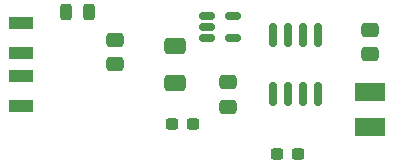
<source format=gbr>
%TF.GenerationSoftware,KiCad,Pcbnew,7.0.11+dfsg-1build4*%
%TF.CreationDate,2025-03-28T22:18:16-04:00*%
%TF.ProjectId,BadUSB,42616455-5342-42e6-9b69-6361645f7063,rev?*%
%TF.SameCoordinates,Original*%
%TF.FileFunction,Paste,Top*%
%TF.FilePolarity,Positive*%
%FSLAX46Y46*%
G04 Gerber Fmt 4.6, Leading zero omitted, Abs format (unit mm)*
G04 Created by KiCad (PCBNEW 7.0.11+dfsg-1build4) date 2025-03-28 22:18:16*
%MOMM*%
%LPD*%
G01*
G04 APERTURE LIST*
G04 Aperture macros list*
%AMRoundRect*
0 Rectangle with rounded corners*
0 $1 Rounding radius*
0 $2 $3 $4 $5 $6 $7 $8 $9 X,Y pos of 4 corners*
0 Add a 4 corners polygon primitive as box body*
4,1,4,$2,$3,$4,$5,$6,$7,$8,$9,$2,$3,0*
0 Add four circle primitives for the rounded corners*
1,1,$1+$1,$2,$3*
1,1,$1+$1,$4,$5*
1,1,$1+$1,$6,$7*
1,1,$1+$1,$8,$9*
0 Add four rect primitives between the rounded corners*
20,1,$1+$1,$2,$3,$4,$5,0*
20,1,$1+$1,$4,$5,$6,$7,0*
20,1,$1+$1,$6,$7,$8,$9,0*
20,1,$1+$1,$8,$9,$2,$3,0*%
G04 Aperture macros list end*
%ADD10R,2.006600X1.092200*%
%ADD11RoundRect,0.250000X-0.475000X0.337500X-0.475000X-0.337500X0.475000X-0.337500X0.475000X0.337500X0*%
%ADD12RoundRect,0.250000X0.475000X-0.337500X0.475000X0.337500X-0.475000X0.337500X-0.475000X-0.337500X0*%
%ADD13R,2.600000X1.500000*%
%ADD14RoundRect,0.237500X-0.300000X-0.237500X0.300000X-0.237500X0.300000X0.237500X-0.300000X0.237500X0*%
%ADD15RoundRect,0.237500X0.300000X0.237500X-0.300000X0.237500X-0.300000X-0.237500X0.300000X-0.237500X0*%
%ADD16RoundRect,0.250000X-0.650000X0.412500X-0.650000X-0.412500X0.650000X-0.412500X0.650000X0.412500X0*%
%ADD17RoundRect,0.150000X-0.512500X-0.150000X0.512500X-0.150000X0.512500X0.150000X-0.512500X0.150000X0*%
%ADD18RoundRect,0.243750X-0.243750X-0.456250X0.243750X-0.456250X0.243750X0.456250X-0.243750X0.456250X0*%
%ADD19RoundRect,0.150000X0.150000X-0.825000X0.150000X0.825000X-0.150000X0.825000X-0.150000X-0.825000X0*%
G04 APERTURE END LIST*
D10*
%TO.C,J1*%
X140690500Y-125001001D03*
X140690500Y-122501001D03*
X140690500Y-120500999D03*
X140690500Y-118000999D03*
%TD*%
D11*
%TO.C,R3*%
X170218000Y-118558500D03*
X170218000Y-120633500D03*
%TD*%
D12*
%TO.C,R2*%
X158153000Y-125078500D03*
X158153000Y-123003500D03*
%TD*%
D13*
%TO.C,D2*%
X170218000Y-126811000D03*
X170218000Y-123811000D03*
%TD*%
D14*
%TO.C,C1*%
X162370500Y-129121000D03*
X164095500Y-129121000D03*
%TD*%
D15*
%TO.C,C2*%
X155205500Y-126581000D03*
X153480500Y-126581000D03*
%TD*%
D16*
%TO.C,C3*%
X153708000Y-119938500D03*
X153708000Y-123063500D03*
%TD*%
D17*
%TO.C,U2*%
X156380500Y-117376000D03*
X156380500Y-118326000D03*
X156380500Y-119276000D03*
X158655500Y-119276000D03*
X158655500Y-117376000D03*
%TD*%
D18*
%TO.C,D1*%
X144515500Y-117056000D03*
X146390500Y-117056000D03*
%TD*%
D19*
%TO.C,U1*%
X161963000Y-123976000D03*
X163233000Y-123976000D03*
X164503000Y-123976000D03*
X165773000Y-123976000D03*
X165773000Y-119026000D03*
X164503000Y-119026000D03*
X163233000Y-119026000D03*
X161963000Y-119026000D03*
%TD*%
D11*
%TO.C,R1*%
X148628000Y-119426000D03*
X148628000Y-121501000D03*
%TD*%
M02*

</source>
